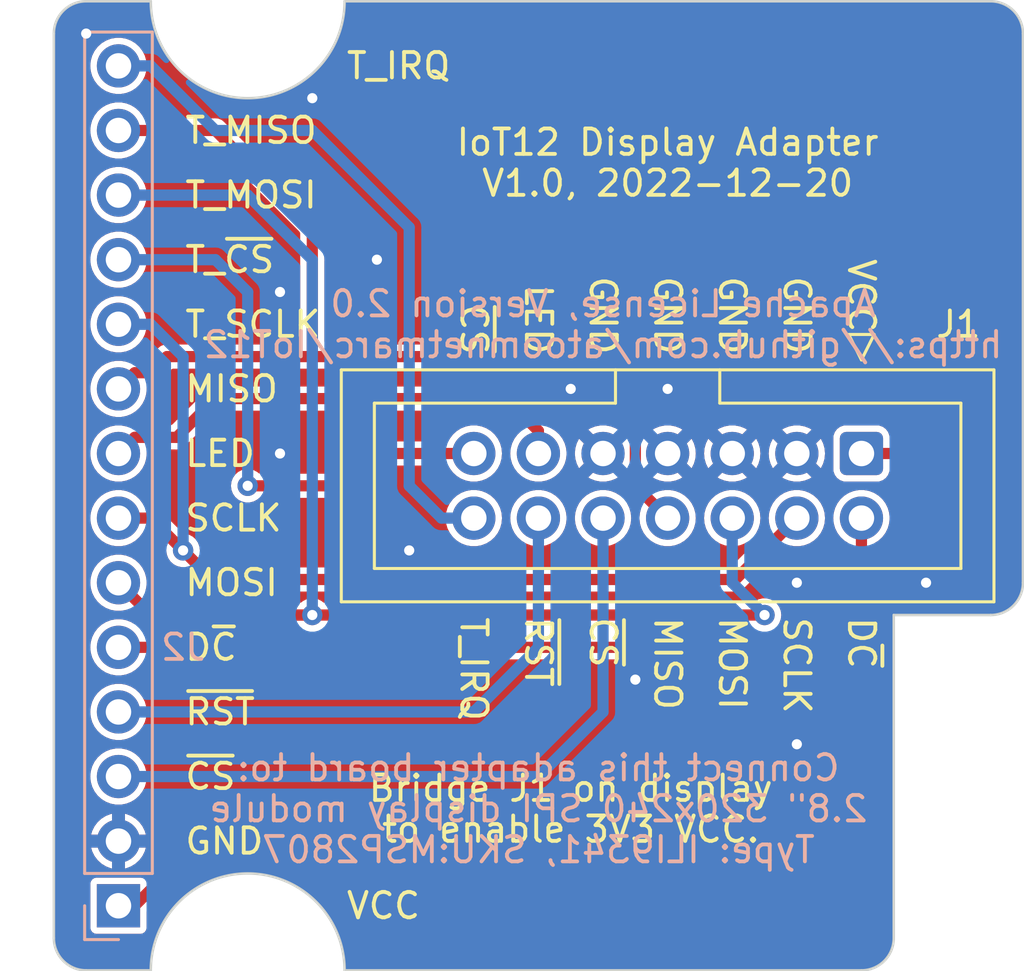
<source format=kicad_pcb>
(kicad_pcb (version 20221018) (generator pcbnew)
  (title_block (title "IoT12 Display Adapter") (date "2022-12-20") (rev "V1.0") (company "https://github.com/atoomnetmarc/IoT12"))
  (layers (0 "F.Cu" signal) (31 "B.Cu" signal) (34 "B.Paste" user) (35 "F.Paste" user) (36 "B.SilkS" user "B.Silkscreen") (37 "F.SilkS" user "F.Silkscreen") (38 "B.Mask" user) (39 "F.Mask" user) (44 "Edge.Cuts" user))
  (net 0 "")
  (net 1 "+3.3V")
  (net 2 "GND")
  (net 3 "TFT_~{CS}")
  (net 4 "TFT_~{RST}")
  (net 5 "TFT_D~{C}")
  (net 6 "TFT_MOSI")
  (net 7 "TFT_SCLK")
  (net 8 "TFT_LED")
  (net 9 "TFT_MISO")
  (net 10 "TOUCH_~{CS}")
  (net 11 "TOUCH_~{IRQ}")
  (footprint "Connector_IDC:IDC-Header_2x07_P2.54mm_Vertical" (layer "F.Cu") (at 161.29 101.6 -90)
    (fp_text reference "J1" (at -5.08 -3.81 180) (layer "F.SilkS"))
    (fp_text value "IDC-Header_2x07_P2.54mm")
    (fp_line (start -4.68 -0.5) (end -4.68 0.5) (stroke (width 0.12)) (layer "F.SilkS"))
    (fp_line (start -4.68 0.5) (end -3.68 0) (stroke (width 0.12)) (layer "F.SilkS"))
    (fp_line (start -3.68 0) (end -4.68 -0.5) (stroke (width 0.12)) (layer "F.SilkS"))
    (fp_line (start -3.29 -5.21) (end 5.83 -5.21) (stroke (width 0.12)) (layer "F.SilkS"))
    (fp_line (start -3.29 5.57) (end -1.98 5.57) (stroke (width 0.12)) (layer "F.SilkS"))
    (fp_line (start -3.29 20.45) (end -3.29 -5.21) (stroke (width 0.12)) (layer "F.SilkS"))
    (fp_line (start -1.98 -3.91) (end 4.52 -3.91) (stroke (width 0.12)) (layer "F.SilkS"))
    (fp_line (start -1.98 5.57) (end -1.98 -3.91) (stroke (width 0.12)) (layer "F.SilkS"))
    (fp_line (start -1.98 9.67) (end -3.29 9.67) (stroke (width 0.12)) (layer "F.SilkS"))
    (fp_line (start -1.98 9.67) (end -1.98 9.67) (stroke (width 0.12)) (layer "F.SilkS"))
    (fp_line (start -1.98 19.15) (end -1.98 9.67) (stroke (width 0.12)) (layer "F.SilkS"))
    (fp_line (start 4.52 -3.91) (end 4.52 19.15) (stroke (width 0.12)) (layer "F.SilkS"))
    (fp_line (start 4.52 19.15) (end -1.98 19.15) (stroke (width 0.12)) (layer "F.SilkS"))
    (fp_line (start 5.83 -5.21) (end 5.83 20.45) (stroke (width 0.12)) (layer "F.SilkS"))
    (fp_line (start 5.83 20.45) (end -3.29 20.45) (stroke (width 0.12)) (layer "F.SilkS"))
    (pad "1" thru_hole roundrect (at 0 0 270) (size 1.7 1.7) (drill 1) (layers "*.Cu" "*.Mask") (roundrect_rratio 0.1470588235) (net 1 "+3.3V"))
    (pad "2" thru_hole circle (at 2.54 0 270) (size 1.7 1.7) (drill 1) (layers "*.Cu" "*.Mask") (net 5 "TFT_D~{C}"))
    (pad "3" thru_hole circle (at 0 2.54 270) (size 1.7 1.7) (drill 1) (layers "*.Cu" "*.Mask") (net 2 "GND"))
    (pad "4" thru_hole circle (at 2.54 2.54 270) (size 1.7 1.7) (drill 1) (layers "*.Cu" "*.Mask") (net 7 "TFT_SCLK"))
    (pad "5" thru_hole circle (at 0 5.08 270) (size 1.7 1.7) (drill 1) (layers "*.Cu" "*.Mask") (net 2 "GND"))
    (pad "6" thru_hole circle (at 2.54 5.08 270) (size 1.7 1.7) (drill 1) (layers "*.Cu" "*.Mask") (net 6 "TFT_MOSI"))
    (pad "7" thru_hole circle (at 0 7.62 270) (size 1.7 1.7) (drill 1) (layers "*.Cu" "*.Mask") (net 2 "GND"))
    (pad "8" thru_hole circle (at 2.54 7.62 270) (size 1.7 1.7) (drill 1) (layers "*.Cu" "*.Mask") (net 9 "TFT_MISO"))
    (pad "9" thru_hole circle (at 0 10.16 270) (size 1.7 1.7) (drill 1) (layers "*.Cu" "*.Mask") (net 2 "GND"))
    (pad "10" thru_hole circle (at 2.54 10.16 270) (size 1.7 1.7) (drill 1) (layers "*.Cu" "*.Mask") (net 3 "TFT_~{CS}"))
    (pad "11" thru_hole circle (at 0 12.7 270) (size 1.7 1.7) (drill 1) (layers "*.Cu" "*.Mask") (net 8 "TFT_LED"))
    (pad "12" thru_hole circle (at 2.54 12.7 270) (size 1.7 1.7) (drill 1) (layers "*.Cu" "*.Mask") (net 4 "TFT_~{RST}"))
    (pad "13" thru_hole circle (at 0 15.24 270) (size 1.7 1.7) (drill 1) (layers "*.Cu" "*.Mask") (net 10 "TOUCH_~{CS}"))
    (pad "14" thru_hole circle (at 2.54 15.24 270) (size 1.7 1.7) (drill 1) (layers "*.Cu" "*.Mask") (net 11 "TOUCH_~{IRQ}"))
  )
  (footprint "Connector_PinHeader_2.54mm:PinHeader_1x14_P2.54mm_Vertical" (layer "B.Cu") (at 132.08 119.38)
    (fp_text reference "J2" (at 2.54 -10.16) (layer "B.SilkS") (effects (justify mirror)))
    (fp_text value "ILI9341 2.8\" touch TFT")
    (fp_line (start -1.33 -34.35) (end 1.33 -34.35) (stroke (width 0.12)) (layer "B.SilkS"))
    (fp_line (start -1.33 -1.27) (end -1.33 -34.35) (stroke (width 0.12)) (layer "B.SilkS"))
    (fp_line (start -1.33 -1.27) (end 1.33 -1.27) (stroke (width 0.12)) (layer "B.SilkS"))
    (fp_line (start -1.33 0) (end -1.33 1.33) (stroke (width 0.12)) (layer "B.SilkS"))
    (fp_line (start -1.33 1.33) (end 0 1.33) (stroke (width 0.12)) (layer "B.SilkS"))
    (fp_line (start 1.33 -1.27) (end 1.33 -34.35) (stroke (width 0.12)) (layer "B.SilkS"))
    (pad "1" thru_hole rect (at 0 0) (size 1.7 1.7) (drill 1) (layers "*.Cu" "*.Mask") (net 1 "+3.3V"))
    (pad "2" thru_hole oval (at 0 -2.54) (size 1.7 1.7) (drill 1) (layers "*.Cu" "*.Mask") (net 2 "GND"))
    (pad "3" thru_hole oval (at 0 -5.08) (size 1.7 1.7) (drill 1) (layers "*.Cu" "*.Mask") (net 3 "TFT_~{CS}"))
    (pad "4" thru_hole oval (at 0 -7.62) (size 1.7 1.7) (drill 1) (layers "*.Cu" "*.Mask") (net 4 "TFT_~{RST}"))
    (pad "5" thru_hole oval (at 0 -10.16) (size 1.7 1.7) (drill 1) (layers "*.Cu" "*.Mask") (net 5 "TFT_D~{C}"))
    (pad "6" thru_hole oval (at 0 -12.7) (size 1.7 1.7) (drill 1) (layers "*.Cu" "*.Mask") (net 6 "TFT_MOSI"))
    (pad "7" thru_hole oval (at 0 -15.24) (size 1.7 1.7) (drill 1) (layers "*.Cu" "*.Mask") (net 7 "TFT_SCLK"))
    (pad "8" thru_hole oval (at 0 -17.78) (size 1.7 1.7) (drill 1) (layers "*.Cu" "*.Mask") (net 8 "TFT_LED"))
    (pad "9" thru_hole oval (at 0 -20.32) (size 1.7 1.7) (drill 1) (layers "*.Cu" "*.Mask") (net 9 "TFT_MISO"))
    (pad "10" thru_hole oval (at 0 -22.86) (size 1.7 1.7) (drill 1) (layers "*.Cu" "*.Mask") (net 7 "TFT_SCLK"))
    (pad "11" thru_hole oval (at 0 -25.4) (size 1.7 1.7) (drill 1) (layers "*.Cu" "*.Mask") (net 10 "TOUCH_~{CS}"))
    (pad "12" thru_hole oval (at 0 -27.94) (size 1.7 1.7) (drill 1) (layers "*.Cu" "*.Mask") (net 6 "TFT_MOSI"))
    (pad "13" thru_hole oval (at 0 -30.48) (size 1.7 1.7) (drill 1) (layers "*.Cu" "*.Mask") (net 9 "TFT_MISO"))
    (pad "14" thru_hole oval (at 0 -33.02) (size 1.7 1.7) (drill 1) (layers "*.Cu" "*.Mask") (net 11 "TOUCH_~{IRQ}"))
  )
  (gr_arc (start 140.97 83.82) (mid 137.16 87.63) (end 133.35 83.82) (stroke (width 0.1)) (layer "Edge.Cuts"))
  (gr_arc (start 130.81 121.92) (mid 129.911974 121.548026) (end 129.54 120.65) (stroke (width 0.1)) (layer "Edge.Cuts"))
  (gr_line (start 166.37 107.95) (end 162.56 107.95) (stroke (width 0.1)) (layer "Edge.Cuts"))
  (gr_arc (start 129.54 85.09) (mid 129.911974 84.191974) (end 130.81 83.82) (stroke (width 0.1)) (layer "Edge.Cuts"))
  (gr_arc (start 166.37 83.82) (mid 167.268026 84.191974) (end 167.64 85.09) (stroke (width 0.1)) (layer "Edge.Cuts"))
  (gr_line (start 140.97 83.82) (end 166.37 83.82) (stroke (width 0.1)) (layer "Edge.Cuts"))
  (gr_arc (start 133.35 121.92) (mid 137.16 118.11) (end 140.97 121.92) (stroke (width 0.1)) (layer "Edge.Cuts"))
  (gr_line (start 167.64 85.09) (end 167.64 106.68) (stroke (width 0.1)) (layer "Edge.Cuts"))
  (gr_line (start 129.54 120.65) (end 129.54 85.09) (stroke (width 0.1)) (layer "Edge.Cuts"))
  (gr_line (start 161.29 121.92) (end 140.97 121.92) (stroke (width 0.1)) (layer "Edge.Cuts"))
  (gr_line (start 133.35 83.82) (end 130.81 83.82) (stroke (width 0.1)) (layer "Edge.Cuts"))
  (gr_line (start 133.35 121.92) (end 130.81 121.92) (stroke (width 0.1)) (layer "Edge.Cuts"))
  (gr_line (start 162.56 120.65) (end 162.56 107.95) (stroke (width 0.1)) (layer "Edge.Cuts"))
  (gr_arc (start 167.64 106.68) (mid 167.268026 107.578026) (end 166.37 107.95) (stroke (width 0.1)) (layer "Edge.Cuts"))
  (gr_arc (start 162.56 120.65) (mid 162.188026 121.548026) (end 161.29 121.92) (stroke (width 0.1)) (layer "Edge.Cuts"))
  (gr_text "Connect this adapter board to:\n2.8{dblquote} 320x240 SPI display module\nType: ILI9341, SKU:MSP2807\n" (at 148.59 115.57) (layer "B.SilkS") (effects (font (size 1 1)) (justify mirror)))
  (gr_text "Apache License, Version 2.0\nhttps://github.com/atoomnetmarc/IoT12" (at 151.13 96.52) (layer "B.SilkS") (effects (font (size 1 1)) (justify mirror)))
  (gr_text "LED" (at 148.59 97.79 270) (layer "F.SilkS") (effects (font (size 1 1)) (justify right)))
  (gr_text "IoT12 Display Adapter\nV1.0, 2022-12-20" (at 153.67 90.17) (layer "F.SilkS") (effects (font (size 1 1))))
  (gr_text "T_IRQ" (at 146.05 107.95 270) (layer "F.SilkS") (effects (font (size 1 1)) (justify left)))
  (gr_text "GND" (at 158.75 97.79 270) (layer "F.SilkS") (effects (font (size 1 1)) (justify right)))
  (gr_text "Bridge J1 on display\nto enable 3V3 VCC." (at 149.86 115.57) (layer "F.SilkS") (effects (font (size 1 1))))
  (gr_text "MISO" (at 153.67 107.95 270) (layer "F.SilkS") (effects (font (size 1 1)) (justify left)))
  (gr_text "T_IRQ" (at 140.97 86.36) (layer "F.SilkS") (effects (font (size 1 1)) (justify left)))
  (gr_text "~{CS}" (at 151.13 107.95 270) (layer "F.SilkS") (effects (font (size 1 1)) (justify left)))
  (gr_text "GND" (at 134.62 116.84) (layer "F.SilkS") (effects (font (size 1 1)) (justify left)))
  (gr_text "MOSI" (at 134.62 106.68) (layer "F.SilkS") (effects (font (size 1 1)) (justify left)))
  (gr_text "~{RST}" (at 148.59 107.95 270) (layer "F.SilkS") (effects (font (size 1 1)) (justify left)))
  (gr_text "LED" (at 134.62 101.6) (layer "F.SilkS") (effects (font (size 1 1)) (justify left)))
  (gr_text "~{RST}" (at 134.62 111.76) (layer "F.SilkS") (effects (font (size 1 1)) (justify left)))
  (gr_text "VCC" (at 140.97 119.38) (layer "F.SilkS") (effects (font (size 1 1)) (justify left)))
  (gr_text "T_MISO" (at 134.62 88.9) (layer "F.SilkS") (effects (font (size 1 1)) (justify left)))
  (gr_text "GND" (at 151.13 97.79 270) (layer "F.SilkS") (effects (font (size 1 1)) (justify right)))
  (gr_text "T_SCLK" (at 134.62 96.52) (layer "F.SilkS") (effects (font (size 1 1)) (justify left)))
  (gr_text "MISO" (at 134.62 99.06) (layer "F.SilkS") (effects (font (size 1 1)) (justify left)))
  (gr_text "GND" (at 153.67 97.79 270) (layer "F.SilkS") (effects (font (size 1 1)) (justify right)))
  (gr_text "MOSI" (at 156.21 107.95 270) (layer "F.SilkS") (effects (font (size 1 1)) (justify left)))
  (gr_text "SCLK" (at 134.62 104.14) (layer "F.SilkS") (effects (font (size 1 1)) (justify left)))
  (gr_text "VCC" (at 161.29 96.92 270) (layer "F.SilkS") (effects (font (size 1 1)) (justify right)))
  (gr_text "T_~{CS}" (at 134.62 93.98) (layer "F.SilkS") (effects (font (size 1 1)) (justify left)))
  (gr_text "~{CS}" (at 146.05 97.79 270) (layer "F.SilkS") (effects (font (size 1 1)) (justify right)))
  (gr_text "~{CS}" (at 134.62 114.3) (layer "F.SilkS") (effects (font (size 1 1)) (justify left)))
  (gr_text "D~{C}" (at 134.62 109.22) (layer "F.SilkS") (effects (font (size 1 1)) (justify left)))
  (gr_text "SCLK" (at 158.75 107.95 270) (layer "F.SilkS") (effects (font (size 1 1)) (justify left)))
  (gr_text "D~{C}" (at 161.29 107.95 270) (layer "F.SilkS") (effects (font (size 1 1)) (justify left)))
  (gr_text "GND" (at 156.21 97.79 270) (layer "F.SilkS") (effects (font (size 1 1)) (justify right)))
  (gr_text "T_MOSI" (at 134.62 91.44) (layer "F.SilkS") (effects (font (size 1 1)) (justify left)))
  (segment (start 162.56 101.6) (end 161.29 101.6) (width 0.44) (layer "F.Cu") (net 1))
  (segment (start 135.255 116.84) (end 152.4 116.84) (width 0.44) (layer "F.Cu") (net 1))
  (segment (start 163.83 102.87) (end 162.56 101.6) (width 0.44) (layer "F.Cu") (net 1))
  (segment (start 132.715 119.38) (end 135.255 116.84) (width 0.44) (layer "F.Cu") (net 1))
  (segment (start 163.83 105.41) (end 163.83 102.87) (width 0.44) (layer "F.Cu") (net 1))
  (segment (start 132.08 119.38) (end 132.715 119.38) (width 0.44) (layer "F.Cu") (net 1))
  (segment (start 152.4 116.84) (end 163.83 105.41) (width 0.44) (layer "F.Cu") (net 1))
  (via (at 158.75 106.68) (size 0.8) (drill 0.4) (layers "F.Cu" "B.Cu") (net 2))
  (via (at 130.81 85.09) (size 0.8) (drill 0.4) (layers "F.Cu" "B.Cu") (net 2))
  (via (at 158.75 113.03) (size 0.8) (drill 0.4) (layers "F.Cu" "B.Cu") (net 2))
  (via (at 142.24 93.98) (size 0.8) (drill 0.4) (layers "F.Cu" "B.Cu") (net 2))
  (via (at 163.83 106.68) (size 0.8) (drill 0.4) (layers "F.Cu" "B.Cu") (net 2))
  (via (at 138.43 95.25) (size 0.8) (drill 0.4) (layers "F.Cu" "B.Cu") (net 2))
  (via (at 149.86 99.06) (size 0.8) (drill 0.4) (layers "F.Cu" "B.Cu") (net 2))
  (via (at 139.7 87.63) (size 0.8) (drill 0.4) (layers "F.Cu" "B.Cu") (net 2))
  (via (at 152.4 110.49) (size 0.8) (drill 0.4) (layers "F.Cu" "B.Cu") (net 2))
  (via (at 143.51 105.41) (size 0.8) (drill 0.4) (layers "F.Cu" "B.Cu") (net 2))
  (via (at 153.67 99.06) (size 0.8) (drill 0.4) (layers "F.Cu" "B.Cu") (net 2))
  (via (at 138.43 101.6) (size 0.8) (drill 0.4) (layers "F.Cu" "B.Cu") (net 2))
  (segment (start 151.13 111.76) (end 148.59 114.3) (width 0.44) (layer "B.Cu") (net 3))
  (segment (start 148.59 114.3) (end 132.08 114.3) (width 0.44) (layer "B.Cu") (net 3))
  (segment (start 151.13 104.14) (end 151.13 111.76) (width 0.44) (layer "B.Cu") (net 3))
  (segment (start 148.59 104.14) (end 148.59 109.22) (width 0.44) (layer "B.Cu") (net 4))
  (segment (start 146.05 111.76) (end 132.08 111.76) (width 0.44) (layer "B.Cu") (net 4))
  (segment (start 148.59 109.22) (end 146.05 111.76) (width 0.44) (layer "B.Cu") (net 4))
  (segment (start 158.115 109.22) (end 161.29 106.045) (width 0.44) (layer "F.Cu") (net 5))
  (segment (start 161.29 106.045) (end 161.29 104.14) (width 0.44) (layer "F.Cu") (net 5))
  (segment (start 132.08 109.22) (end 158.115 109.22) (width 0.44) (layer "F.Cu") (net 5))
  (segment (start 133.35 107.95) (end 157.48 107.95) (width 0.44) (layer "F.Cu") (net 6))
  (segment (start 134.62 107.95) (end 139.7 107.95) (width 0.44) (layer "F.Cu") (net 6))
  (segment (start 132.08 106.68) (end 133.35 107.95) (width 0.44) (layer "F.Cu") (net 6))
  (via (at 157.48 107.95) (size 0.8) (drill 0.4) (layers "F.Cu" "B.Cu") (net 6))
  (via (at 139.7 107.95) (size 0.8) (drill 0.4) (layers "F.Cu" "B.Cu") (net 6))
  (segment (start 156.21 106.68) (end 157.48 107.95) (width 0.44) (layer "B.Cu") (net 6))
  (segment (start 139.7 107.95) (end 139.7 93.98) (width 0.44) (layer "B.Cu") (net 6))
  (segment (start 156.21 104.14) (end 156.21 106.68) (width 0.44) (layer "B.Cu") (net 6))
  (segment (start 137.16 91.44) (end 132.08 91.44) (width 0.44) (layer "B.Cu") (net 6))
  (segment (start 139.7 93.98) (end 137.16 91.44) (width 0.44) (layer "B.Cu") (net 6))
  (segment (start 156.337 106.553) (end 135.763 106.553) (width 0.44) (layer "F.Cu") (net 7))
  (segment (start 135.763 106.553) (end 134.62 105.41) (width 0.44) (layer "F.Cu") (net 7))
  (segment (start 132.08 104.14) (end 133.35 104.14) (width 0.44) (layer "F.Cu") (net 7))
  (segment (start 133.35 104.14) (end 134.62 105.41) (width 0.44) (layer "F.Cu") (net 7))
  (segment (start 158.75 104.14) (end 156.337 106.553) (width 0.44) (layer "F.Cu") (net 7))
  (via (at 134.62 105.41) (size 0.8) (drill 0.4) (layers "F.Cu" "B.Cu") (net 7))
  (segment (start 134.62 97.79) (end 134.62 105.41) (width 0.44) (layer "B.Cu") (net 7))
  (segment (start 134.62 97.79) (end 133.35 96.52) (width 0.44) (layer "B.Cu") (net 7))
  (segment (start 133.35 96.52) (end 132.08 96.52) (width 0.44) (layer "B.Cu") (net 7))
  (segment (start 147.32 99.441) (end 148.59 100.711) (width 0.44) (layer "F.Cu") (net 8))
  (segment (start 148.59 100.711) (end 148.59 101.6) (width 0.44) (layer "F.Cu") (net 8))
  (segment (start 132.715 100.965) (end 134.366 100.965) (width 0.44) (layer "F.Cu") (net 8))
  (segment (start 132.08 101.6) (end 132.715 100.965) (width 0.44) (layer "F.Cu") (net 8))
  (segment (start 134.366 100.965) (end 135.89 99.441) (width 0.44) (layer "F.Cu") (net 8))
  (segment (start 135.89 99.441) (end 147.32 99.441) (width 0.44) (layer "F.Cu") (net 8))
  (segment (start 133.985 97.79) (end 150.123026 97.79) (width 0.44) (layer "F.Cu") (net 9))
  (segment (start 139.7 92.71) (end 139.7 97.79) (width 0.44) (layer "F.Cu") (net 9))
  (segment (start 132.715 98.425) (end 133.35 98.425) (width 0.44) (layer "F.Cu") (net 9))
  (segment (start 132.08 99.06) (end 132.715 98.425) (width 0.44) (layer "F.Cu") (net 9))
  (segment (start 135.89 88.9) (end 139.7 92.71) (width 0.44) (layer "F.Cu") (net 9))
  (segment (start 150.123026 97.79) (end 152.4 100.066974) (width 0.44) (layer "F.Cu") (net 9))
  (segment (start 133.35 98.425) (end 133.985 97.79) (width 0.44) (layer "F.Cu") (net 9))
  (segment (start 152.4 100.066974) (end 152.4 102.87) (width 0.44) (layer "F.Cu") (net 9))
  (segment (start 132.08 88.9) (end 135.89 88.9) (width 0.44) (layer "F.Cu") (net 9))
  (segment (start 152.4 102.87) (end 153.67 104.14) (width 0.44) (layer "F.Cu") (net 9))
  (segment (start 140.97 102.87) (end 137.16 102.87) (width 0.44) (layer "F.Cu") (net 10))
  (segment (start 146.05 101.6) (end 142.24 101.6) (width 0.44) (layer "F.Cu") (net 10))
  (segment (start 142.24 101.6) (end 140.97 102.87) (width 0.44) (layer "F.Cu") (net 10))
  (via (at 137.16 102.87) (size 0.8) (drill 0.4) (layers "F.Cu" "B.Cu") (net 10))
  (segment (start 135.89 93.98) (end 132.08 93.98) (width 0.44) (layer "B.Cu") (net 10))
  (segment (start 137.16 95.25) (end 135.89 93.98) (width 0.44) (layer "B.Cu") (net 10))
  (segment (start 137.16 102.87) (end 137.16 95.25) (width 0.44) (layer "B.Cu") (net 10))
  (segment (start 139.7 88.9) (end 135.89 88.9) (width 0.44) (layer "B.Cu") (net 11))
  (segment (start 133.35 86.36) (end 132.08 86.36) (width 0.44) (layer "B.Cu") (net 11))
  (segment (start 143.51 92.71) (end 139.7 88.9) (width 0.44) (layer "B.Cu") (net 11))
  (segment (start 144.78 104.14) (end 143.51 102.87) (width 0.44) (layer "B.Cu") (net 11))
  (segment (start 143.51 102.87) (end 143.51 92.71) (width 0.44) (layer "B.Cu") (net 11))
  (segment (start 146.05 104.14) (end 144.78 104.14) (width 0.44) (layer "B.Cu") (net 11))
  (segment (start 135.89 88.9) (end 133.35 86.36) (width 0.44) (layer "B.Cu") (net 11))
  (zone (net 2) (net_name "GND") (layers "F&B.Cu") (connect_pads (clearance 0.254)) (min_thickness 0.254) (fill yes (thermal_gap 0.254) (thermal_bridge_width 0.508))
    (polygon (pts (xy 167.64 107.95) (xy 162.56 107.95) (xy 162.56 121.92) (xy 129.54 121.92) (xy 129.54 83.82) (xy 167.64 83.82)))
  )
)
</source>
